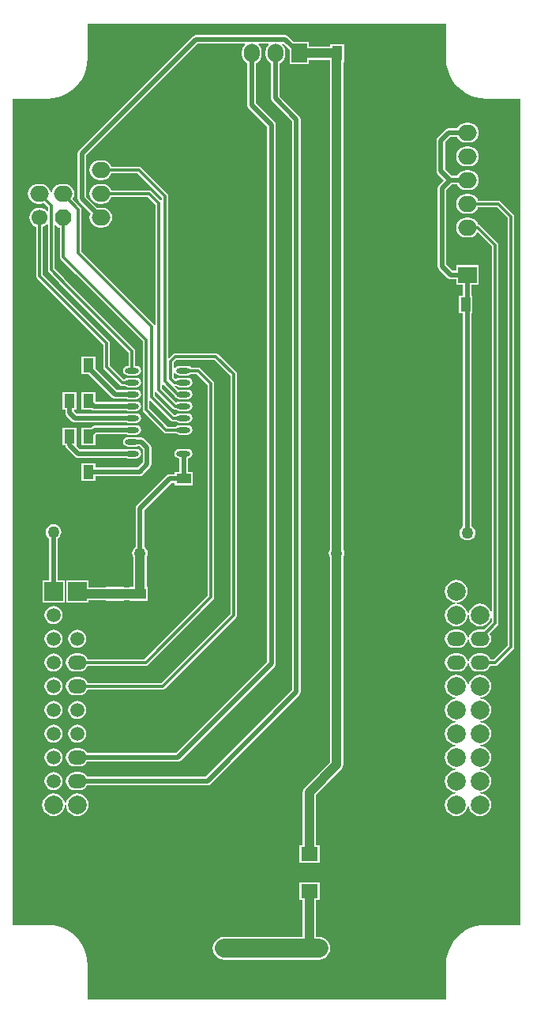
<source format=gbl>
%FSLAX25Y25*%
%MOIN*%
G70*
G01*
G75*
G04 Layer_Physical_Order=2*
G04 Layer_Color=16711680*
%ADD10C,0.01969*%
%ADD11C,0.03937*%
%ADD12C,0.05906*%
%ADD13R,0.05906X0.05906*%
%ADD14R,0.07874X0.06693*%
%ADD15O,0.07874X0.06693*%
%ADD16R,0.06693X0.07874*%
%ADD17O,0.06693X0.07874*%
%ADD18P,0.07244X8X112.5*%
%ADD19C,0.06693*%
%ADD20C,0.07874*%
%ADD21O,0.07874X0.05906*%
%ADD22R,0.07874X0.07874*%
%ADD23C,0.05000*%
%ADD24O,0.05906X0.02362*%
%ADD25R,0.07087X0.05906*%
%ADD26R,0.04331X0.05906*%
%ADD27R,0.05906X0.04331*%
%ADD28C,0.07874*%
%ADD29C,0.01181*%
G36*
X75714Y190945D02*
X75698D01*
X75842Y188749D01*
X76271Y186591D01*
X76979Y184508D01*
X77952Y182534D01*
X79174Y180705D01*
X80625Y179050D01*
X82279Y177600D01*
X84109Y176377D01*
X86082Y175404D01*
X88166Y174697D01*
X90324Y174267D01*
X92520Y174124D01*
Y174139D01*
X107210D01*
Y-174139D01*
X92520D01*
Y-174124D01*
X90324Y-174267D01*
X88166Y-174697D01*
X86082Y-175404D01*
X84109Y-176377D01*
X82279Y-177600D01*
X80625Y-179050D01*
X79174Y-180705D01*
X77952Y-182534D01*
X76979Y-184508D01*
X76271Y-186591D01*
X75842Y-188749D01*
X75698Y-190945D01*
X75714D01*
Y-205635D01*
X-75714D01*
Y-190945D01*
X-75698D01*
X-75842Y-188749D01*
X-76271Y-186591D01*
X-76979Y-184508D01*
X-77952Y-182534D01*
X-79174Y-180705D01*
X-80625Y-179050D01*
X-82279Y-177600D01*
X-84109Y-176377D01*
X-86082Y-175404D01*
X-88166Y-174697D01*
X-90324Y-174267D01*
X-92520Y-174124D01*
Y-174139D01*
X-107210D01*
Y174139D01*
X-92520D01*
Y174124D01*
X-90324Y174267D01*
X-88166Y174697D01*
X-86082Y175404D01*
X-84109Y176377D01*
X-82279Y177600D01*
X-80625Y179050D01*
X-79174Y180705D01*
X-77952Y182534D01*
X-76979Y184508D01*
X-76271Y186591D01*
X-75842Y188749D01*
X-75698Y190945D01*
X-75714D01*
Y205635D01*
X75714D01*
Y190945D01*
D02*
G37*
%LPC*%
G36*
X-90000Y-69728D02*
X-90976Y-69856D01*
X-91886Y-70233D01*
X-92668Y-70833D01*
X-93267Y-71614D01*
X-93644Y-72524D01*
X-93772Y-73500D01*
X-93644Y-74476D01*
X-93267Y-75386D01*
X-92668Y-76168D01*
X-91886Y-76767D01*
X-90976Y-77144D01*
X-90000Y-77272D01*
X-89024Y-77144D01*
X-88114Y-76767D01*
X-87332Y-76168D01*
X-86733Y-75386D01*
X-86356Y-74476D01*
X-86228Y-73500D01*
X-86356Y-72524D01*
X-86733Y-71614D01*
X-87332Y-70833D01*
X-88114Y-70233D01*
X-89024Y-69856D01*
X-90000Y-69728D01*
D02*
G37*
G36*
X-80000Y-79728D02*
X-80976Y-79856D01*
X-81886Y-80233D01*
X-82667Y-80832D01*
X-83267Y-81614D01*
X-83644Y-82524D01*
X-83772Y-83500D01*
X-83644Y-84476D01*
X-83267Y-85386D01*
X-82667Y-86168D01*
X-81886Y-86767D01*
X-80976Y-87144D01*
X-80000Y-87272D01*
X-79024Y-87144D01*
X-78114Y-86767D01*
X-77333Y-86168D01*
X-76733Y-85386D01*
X-76356Y-84476D01*
X-76228Y-83500D01*
X-76356Y-82524D01*
X-76733Y-81614D01*
X-77333Y-80832D01*
X-78114Y-80233D01*
X-79024Y-79856D01*
X-80000Y-79728D01*
D02*
G37*
G36*
X-90000D02*
X-90976Y-79856D01*
X-91886Y-80233D01*
X-92668Y-80832D01*
X-93267Y-81614D01*
X-93644Y-82524D01*
X-93772Y-83500D01*
X-93644Y-84476D01*
X-93267Y-85386D01*
X-92668Y-86168D01*
X-91886Y-86767D01*
X-90976Y-87144D01*
X-90000Y-87272D01*
X-89024Y-87144D01*
X-88114Y-86767D01*
X-87332Y-86168D01*
X-86733Y-85386D01*
X-86356Y-84476D01*
X-86228Y-83500D01*
X-86356Y-82524D01*
X-86733Y-81614D01*
X-87332Y-80832D01*
X-88114Y-80233D01*
X-89024Y-79856D01*
X-90000Y-79728D01*
D02*
G37*
G36*
X90000Y-68735D02*
X88767Y-68897D01*
X87617Y-69373D01*
X86630Y-70130D01*
X85873Y-71117D01*
X85397Y-72267D01*
X85250Y-73385D01*
X85250D01*
X84850D01*
X84737Y-73286D01*
X84603Y-72267D01*
X84127Y-71117D01*
X83369Y-70130D01*
X82383Y-69373D01*
X81233Y-68897D01*
X80000Y-68735D01*
X78767Y-68897D01*
X77617Y-69373D01*
X76631Y-70130D01*
X75873Y-71117D01*
X75397Y-72267D01*
X75235Y-73500D01*
X75397Y-74733D01*
X75873Y-75883D01*
X76631Y-76869D01*
X77617Y-77627D01*
X78767Y-78103D01*
X79750Y-78232D01*
X79750D01*
X79885Y-78250D01*
Y-78750D01*
X78767Y-78897D01*
X77617Y-79373D01*
X76631Y-80130D01*
X75873Y-81117D01*
X75397Y-82267D01*
X75235Y-83500D01*
X75397Y-84733D01*
X75873Y-85883D01*
X76631Y-86870D01*
X77617Y-87627D01*
X78767Y-88103D01*
X79750Y-88232D01*
X79750D01*
X79885Y-88250D01*
Y-88750D01*
X78767Y-88897D01*
X77617Y-89373D01*
X76631Y-90131D01*
X75873Y-91117D01*
X75397Y-92267D01*
X75235Y-93500D01*
X75397Y-94733D01*
X75873Y-95883D01*
X76631Y-96869D01*
X77617Y-97627D01*
X78767Y-98103D01*
X79750Y-98232D01*
X79750D01*
X79885Y-98250D01*
Y-98750D01*
X78767Y-98897D01*
X77617Y-99373D01*
X76631Y-100130D01*
X75873Y-101117D01*
X75397Y-102267D01*
X75235Y-103500D01*
X75397Y-104733D01*
X75873Y-105883D01*
X76631Y-106869D01*
X77617Y-107627D01*
X78767Y-108103D01*
X79750Y-108232D01*
X79750D01*
X79885Y-108250D01*
Y-108750D01*
X78767Y-108897D01*
X77617Y-109373D01*
X76631Y-110131D01*
X75873Y-111117D01*
X75397Y-112267D01*
X75235Y-113500D01*
X75397Y-114733D01*
X75873Y-115883D01*
X76631Y-116869D01*
X77617Y-117627D01*
X78767Y-118103D01*
X79750Y-118232D01*
X79750D01*
X79885Y-118250D01*
Y-118750D01*
X78767Y-118897D01*
X77617Y-119373D01*
X76631Y-120131D01*
X75873Y-121117D01*
X75397Y-122267D01*
X75235Y-123500D01*
X75397Y-124733D01*
X75873Y-125883D01*
X76631Y-126869D01*
X77617Y-127627D01*
X78767Y-128103D01*
X80000Y-128265D01*
X81233Y-128103D01*
X82383Y-127627D01*
X83369Y-126869D01*
X84127Y-125883D01*
X84603Y-124733D01*
X84750Y-123615D01*
X85250D01*
X85397Y-124733D01*
X85873Y-125883D01*
X86630Y-126869D01*
X87617Y-127627D01*
X88767Y-128103D01*
X90000Y-128265D01*
X91233Y-128103D01*
X92383Y-127627D01*
X93370Y-126869D01*
X94127Y-125883D01*
X94603Y-124733D01*
X94765Y-123500D01*
X94603Y-122267D01*
X94127Y-121117D01*
X93370Y-120131D01*
X92383Y-119373D01*
X91233Y-118897D01*
X90115Y-118750D01*
Y-118250D01*
X90250Y-118232D01*
X90250D01*
X91233Y-118103D01*
X92383Y-117627D01*
X93370Y-116869D01*
X94127Y-115883D01*
X94603Y-114733D01*
X94765Y-113500D01*
X94603Y-112267D01*
X94127Y-111117D01*
X93370Y-110131D01*
X92383Y-109373D01*
X91233Y-108897D01*
X90115Y-108750D01*
Y-108250D01*
X90250Y-108232D01*
X90250D01*
X91233Y-108103D01*
X92383Y-107627D01*
X93370Y-106869D01*
X94127Y-105883D01*
X94603Y-104733D01*
X94765Y-103500D01*
X94603Y-102267D01*
X94127Y-101117D01*
X93370Y-100130D01*
X92383Y-99373D01*
X91233Y-98897D01*
X90115Y-98750D01*
Y-98250D01*
X90250Y-98232D01*
X90250D01*
X91233Y-98103D01*
X92383Y-97627D01*
X93370Y-96869D01*
X94127Y-95883D01*
X94603Y-94733D01*
X94765Y-93500D01*
X94603Y-92267D01*
X94127Y-91117D01*
X93370Y-90131D01*
X92383Y-89373D01*
X91233Y-88897D01*
X90115Y-88750D01*
Y-88250D01*
X90250Y-88232D01*
X90250D01*
X91233Y-88103D01*
X92383Y-87627D01*
X93370Y-86870D01*
X94127Y-85883D01*
X94603Y-84733D01*
X94765Y-83500D01*
X94603Y-82267D01*
X94127Y-81117D01*
X93370Y-80130D01*
X92383Y-79373D01*
X91233Y-78897D01*
X90115Y-78750D01*
Y-78250D01*
X90250Y-78232D01*
X90250D01*
X91233Y-78103D01*
X92383Y-77627D01*
X93370Y-76869D01*
X94127Y-75883D01*
X94603Y-74733D01*
X94765Y-73500D01*
X94603Y-72267D01*
X94127Y-71117D01*
X93370Y-70130D01*
X92383Y-69373D01*
X91233Y-68897D01*
X90000Y-68735D01*
D02*
G37*
G36*
X-90000Y-49728D02*
X-90976Y-49856D01*
X-91886Y-50233D01*
X-92668Y-50832D01*
X-93267Y-51614D01*
X-93644Y-52524D01*
X-93772Y-53500D01*
X-93644Y-54476D01*
X-93267Y-55386D01*
X-92668Y-56168D01*
X-91886Y-56767D01*
X-90976Y-57144D01*
X-90000Y-57272D01*
X-89024Y-57144D01*
X-88114Y-56767D01*
X-87332Y-56168D01*
X-86733Y-55386D01*
X-86356Y-54476D01*
X-86228Y-53500D01*
X-86356Y-52524D01*
X-86733Y-51614D01*
X-87332Y-50832D01*
X-88114Y-50233D01*
X-89024Y-49856D01*
X-90000Y-49728D01*
D02*
G37*
G36*
X85323Y133977D02*
X84142D01*
X83063Y133835D01*
X82057Y133418D01*
X81193Y132755D01*
X80531Y131892D01*
X80114Y130886D01*
X79972Y129807D01*
X80114Y128728D01*
X80531Y127722D01*
X81193Y126859D01*
X82057Y126196D01*
X83063Y125780D01*
X84142Y125638D01*
X85323D01*
X86402Y125780D01*
X87408Y126196D01*
X88271Y126859D01*
X88934Y127722D01*
X89215Y128402D01*
X97111D01*
X101595Y123918D01*
Y123000D01*
Y107500D01*
Y-47000D01*
Y-50500D01*
Y-56418D01*
X95918Y-62095D01*
X94451D01*
X94251Y-61614D01*
X93652Y-60833D01*
X92870Y-60233D01*
X91961Y-59856D01*
X90984Y-59728D01*
X89016D01*
X88039Y-59856D01*
X87129Y-60233D01*
X86348Y-60833D01*
X85749Y-61614D01*
X85372Y-62524D01*
X85250Y-63449D01*
X85250D01*
X84980D01*
X84720Y-63221D01*
X84628Y-62524D01*
X84251Y-61614D01*
X83652Y-60833D01*
X82871Y-60233D01*
X81961Y-59856D01*
X80984Y-59728D01*
X79016D01*
X78039Y-59856D01*
X77130Y-60233D01*
X76348Y-60833D01*
X75749Y-61614D01*
X75372Y-62524D01*
X75243Y-63500D01*
X75372Y-64476D01*
X75749Y-65386D01*
X76348Y-66167D01*
X77130Y-66767D01*
X78039Y-67144D01*
X79016Y-67272D01*
X80984D01*
X81961Y-67144D01*
X82871Y-66767D01*
X83652Y-66167D01*
X84251Y-65386D01*
X84628Y-64476D01*
X84750Y-63551D01*
X85020D01*
X85280Y-63779D01*
X85372Y-64476D01*
X85749Y-65386D01*
X86348Y-66167D01*
X87129Y-66767D01*
X88039Y-67144D01*
X89016Y-67272D01*
X90984D01*
X91961Y-67144D01*
X92870Y-66767D01*
X93652Y-66167D01*
X94251Y-65386D01*
X94451Y-64905D01*
X96500D01*
X97038Y-64798D01*
X97493Y-64493D01*
X103993Y-57993D01*
X104298Y-57538D01*
X104405Y-57000D01*
X104405Y-57000D01*
X104405Y-57000D01*
Y-57000D01*
Y-47000D01*
Y107500D01*
Y124500D01*
X104298Y125038D01*
X103993Y125494D01*
X98686Y130800D01*
X98231Y131105D01*
X97693Y131212D01*
X89215D01*
X88934Y131892D01*
X88271Y132755D01*
X87408Y133418D01*
X86402Y133835D01*
X85323Y133977D01*
D02*
G37*
G36*
X-90000Y-59728D02*
X-90976Y-59856D01*
X-91886Y-60233D01*
X-92668Y-60833D01*
X-93267Y-61614D01*
X-93644Y-62524D01*
X-93772Y-63500D01*
X-93644Y-64476D01*
X-93267Y-65386D01*
X-92668Y-66167D01*
X-91886Y-66767D01*
X-90976Y-67144D01*
X-90000Y-67272D01*
X-89024Y-67144D01*
X-88114Y-66767D01*
X-87332Y-66167D01*
X-86733Y-65386D01*
X-86356Y-64476D01*
X-86228Y-63500D01*
X-86356Y-62524D01*
X-86733Y-61614D01*
X-87332Y-60833D01*
X-88114Y-60233D01*
X-89024Y-59856D01*
X-90000Y-59728D01*
D02*
G37*
G36*
X-80000Y-118735D02*
X-81233Y-118897D01*
X-82383Y-119373D01*
X-83369Y-120131D01*
X-84127Y-121117D01*
X-84603Y-122267D01*
X-84750Y-123385D01*
X-84750D01*
X-85150D01*
X-85263Y-123286D01*
X-85397Y-122267D01*
X-85873Y-121117D01*
X-86630Y-120131D01*
X-87617Y-119373D01*
X-88767Y-118897D01*
X-90000Y-118735D01*
X-91233Y-118897D01*
X-92383Y-119373D01*
X-93370Y-120131D01*
X-94127Y-121117D01*
X-94603Y-122267D01*
X-94765Y-123500D01*
X-94603Y-124733D01*
X-94127Y-125883D01*
X-93370Y-126869D01*
X-92383Y-127627D01*
X-91233Y-128103D01*
X-90000Y-128265D01*
X-88767Y-128103D01*
X-87617Y-127627D01*
X-86630Y-126869D01*
X-85873Y-125883D01*
X-85397Y-124733D01*
X-85250Y-123615D01*
X-84850D01*
X-84737Y-123714D01*
X-84603Y-124733D01*
X-84127Y-125883D01*
X-83369Y-126869D01*
X-82383Y-127627D01*
X-81233Y-128103D01*
X-80000Y-128265D01*
X-78767Y-128103D01*
X-77617Y-127627D01*
X-76631Y-126869D01*
X-75873Y-125883D01*
X-75397Y-124733D01*
X-75235Y-123500D01*
X-75397Y-122267D01*
X-75873Y-121117D01*
X-76631Y-120131D01*
X-77617Y-119373D01*
X-78767Y-118897D01*
X-80000Y-118735D01*
D02*
G37*
G36*
X7827Y201019D02*
X-29787D01*
X-30479Y200882D01*
X-31065Y200490D01*
X-79277Y152277D01*
X-79669Y151691D01*
X-79806Y151000D01*
Y132000D01*
X-79806Y132000D01*
X-79806D01*
X-79669Y131309D01*
X-79277Y130723D01*
X-74330Y125775D01*
X-74618Y125079D01*
X-74760Y124000D01*
X-74618Y122921D01*
X-74202Y121915D01*
X-73539Y121052D01*
X-72675Y120389D01*
X-71670Y119973D01*
X-70591Y119831D01*
X-69409D01*
X-68330Y119973D01*
X-67325Y120389D01*
X-66461Y121052D01*
X-65798Y121915D01*
X-65382Y122921D01*
X-65240Y124000D01*
X-65382Y125079D01*
X-65798Y126085D01*
X-66461Y126948D01*
X-67325Y127611D01*
X-68330Y128027D01*
X-69409Y128170D01*
X-70591D01*
X-71496Y128050D01*
X-76194Y132748D01*
Y150252D01*
X-29039Y197406D01*
X-9264D01*
X-9103Y196933D01*
X-9216Y196846D01*
X-9879Y195982D01*
X-10295Y194977D01*
X-10437Y193898D01*
Y192717D01*
X-10295Y191637D01*
X-9879Y190632D01*
X-9216Y189768D01*
X-8353Y189106D01*
X-8074Y188990D01*
Y171268D01*
X-8074Y171268D01*
X-8074D01*
X-7937Y170576D01*
X-7545Y169990D01*
X194Y162252D01*
Y-54000D01*
Y-57500D01*
Y-63252D01*
X-38248Y-101694D01*
X-75716D01*
X-75749Y-101614D01*
X-76348Y-100832D01*
X-77130Y-100233D01*
X-78039Y-99856D01*
X-79016Y-99728D01*
X-80984D01*
X-81961Y-99856D01*
X-82871Y-100233D01*
X-83652Y-100832D01*
X-84251Y-101614D01*
X-84628Y-102524D01*
X-84757Y-103500D01*
X-84628Y-104476D01*
X-84251Y-105386D01*
X-83652Y-106167D01*
X-82871Y-106767D01*
X-81961Y-107144D01*
X-80984Y-107272D01*
X-79016D01*
X-78039Y-107144D01*
X-77130Y-106767D01*
X-76348Y-106167D01*
X-75749Y-105386D01*
X-75716Y-105306D01*
X-37500D01*
X-36809Y-105169D01*
X-36223Y-104777D01*
X3277Y-65277D01*
X3669Y-64691D01*
X3806Y-64000D01*
X3806Y-64000D01*
X3806Y-64000D01*
Y-64000D01*
Y-54000D01*
Y163000D01*
X3669Y163691D01*
X3277Y164277D01*
X-4461Y172016D01*
Y188990D01*
X-4183Y189106D01*
X-3319Y189768D01*
X-2657Y190632D01*
X-2240Y191637D01*
X-2098Y192717D01*
Y193898D01*
X-2240Y194977D01*
X-2657Y195982D01*
X-3319Y196846D01*
X-3433Y196933D01*
X-3272Y197406D01*
X736D01*
X897Y196933D01*
X784Y196846D01*
X121Y195982D01*
X-295Y194977D01*
X-437Y193898D01*
Y192717D01*
X-295Y191637D01*
X121Y190632D01*
X784Y189768D01*
X1647Y189106D01*
X1926Y188990D01*
Y174268D01*
X1926Y174268D01*
X1926D01*
X2063Y173576D01*
X2455Y172990D01*
X10694Y164752D01*
Y-75252D01*
X-25748Y-111694D01*
X-75716D01*
X-75749Y-111614D01*
X-76348Y-110833D01*
X-77130Y-110233D01*
X-78039Y-109856D01*
X-79016Y-109728D01*
X-80984D01*
X-81961Y-109856D01*
X-82871Y-110233D01*
X-83652Y-110833D01*
X-84251Y-111614D01*
X-84628Y-112524D01*
X-84757Y-113500D01*
X-84628Y-114476D01*
X-84251Y-115386D01*
X-83652Y-116167D01*
X-82871Y-116767D01*
X-81961Y-117144D01*
X-80984Y-117272D01*
X-79016D01*
X-78039Y-117144D01*
X-77130Y-116767D01*
X-76348Y-116167D01*
X-75749Y-115386D01*
X-75716Y-115306D01*
X-25000D01*
X-24309Y-115169D01*
X-23723Y-114777D01*
X13777Y-77277D01*
X14169Y-76691D01*
X14306Y-76000D01*
X14306Y-76000D01*
X14306Y-76000D01*
Y-76000D01*
Y165500D01*
X14169Y166191D01*
X13777Y166777D01*
X5539Y175016D01*
Y188990D01*
X5817Y189106D01*
X6681Y189768D01*
X7343Y190632D01*
X7760Y191637D01*
X7902Y192717D01*
Y193898D01*
X7760Y194977D01*
X7343Y195982D01*
X6681Y196846D01*
X6567Y196933D01*
X6665Y197220D01*
X7152Y197333D01*
X9598Y194886D01*
Y188583D01*
X17866D01*
Y190527D01*
X26720D01*
Y-4500D01*
Y-11000D01*
Y-15722D01*
X26629Y-15842D01*
X26297Y-16642D01*
X26184Y-17500D01*
X26297Y-18358D01*
X26629Y-19158D01*
X26720Y-19278D01*
Y-105601D01*
X16035Y-116286D01*
X15593Y-116862D01*
X15315Y-117533D01*
X15220Y-118252D01*
Y-140512D01*
X13669D01*
Y-147992D01*
X22331D01*
Y-140512D01*
X20780D01*
Y-119403D01*
X31466Y-108718D01*
X31907Y-108142D01*
X32185Y-107471D01*
X32280Y-106752D01*
X32280Y-106752D01*
X32280Y-106752D01*
Y-106752D01*
Y-19278D01*
X32372Y-19158D01*
X32703Y-18358D01*
X32816Y-17500D01*
X32703Y-16642D01*
X32372Y-15842D01*
X32280Y-15722D01*
Y-4500D01*
Y189567D01*
X32748D01*
Y197047D01*
X26842D01*
Y196087D01*
X17866D01*
Y198031D01*
X11562D01*
X9104Y200490D01*
X8518Y200882D01*
X7827Y201019D01*
D02*
G37*
G36*
X22331Y-156260D02*
X13669D01*
Y-163740D01*
X15220D01*
Y-179235D01*
X-18000D01*
X-19233Y-179397D01*
X-20383Y-179873D01*
X-21370Y-180631D01*
X-22127Y-181617D01*
X-22603Y-182767D01*
X-22765Y-184000D01*
X-22603Y-185233D01*
X-22127Y-186383D01*
X-21370Y-187370D01*
X-20383Y-188127D01*
X-19233Y-188603D01*
X-18000Y-188765D01*
X22000D01*
X23233Y-188603D01*
X24383Y-188127D01*
X25370Y-187370D01*
X26127Y-186383D01*
X26603Y-185233D01*
X26765Y-184000D01*
X26603Y-182767D01*
X26127Y-181617D01*
X25370Y-180631D01*
X24383Y-179873D01*
X23233Y-179397D01*
X22000Y-179235D01*
X20780D01*
Y-163740D01*
X22331D01*
Y-156260D01*
D02*
G37*
G36*
X-90000Y-109728D02*
X-90976Y-109856D01*
X-91886Y-110233D01*
X-92668Y-110833D01*
X-93267Y-111614D01*
X-93644Y-112524D01*
X-93772Y-113500D01*
X-93644Y-114476D01*
X-93267Y-115386D01*
X-92668Y-116167D01*
X-91886Y-116767D01*
X-90976Y-117144D01*
X-90000Y-117272D01*
X-89024Y-117144D01*
X-88114Y-116767D01*
X-87332Y-116167D01*
X-86733Y-115386D01*
X-86356Y-114476D01*
X-86228Y-113500D01*
X-86356Y-112524D01*
X-86733Y-111614D01*
X-87332Y-110833D01*
X-88114Y-110233D01*
X-89024Y-109856D01*
X-90000Y-109728D01*
D02*
G37*
G36*
X-80000Y-89728D02*
X-80976Y-89856D01*
X-81886Y-90233D01*
X-82667Y-90833D01*
X-83267Y-91614D01*
X-83644Y-92524D01*
X-83772Y-93500D01*
X-83644Y-94476D01*
X-83267Y-95386D01*
X-82667Y-96167D01*
X-81886Y-96767D01*
X-80976Y-97144D01*
X-80000Y-97272D01*
X-79024Y-97144D01*
X-78114Y-96767D01*
X-77333Y-96167D01*
X-76733Y-95386D01*
X-76356Y-94476D01*
X-76228Y-93500D01*
X-76356Y-92524D01*
X-76733Y-91614D01*
X-77333Y-90833D01*
X-78114Y-90233D01*
X-79024Y-89856D01*
X-80000Y-89728D01*
D02*
G37*
G36*
X-90000D02*
X-90976Y-89856D01*
X-91886Y-90233D01*
X-92668Y-90833D01*
X-93267Y-91614D01*
X-93644Y-92524D01*
X-93772Y-93500D01*
X-93644Y-94476D01*
X-93267Y-95386D01*
X-92668Y-96167D01*
X-91886Y-96767D01*
X-90976Y-97144D01*
X-90000Y-97272D01*
X-89024Y-97144D01*
X-88114Y-96767D01*
X-87332Y-96167D01*
X-86733Y-95386D01*
X-86356Y-94476D01*
X-86228Y-93500D01*
X-86356Y-92524D01*
X-86733Y-91614D01*
X-87332Y-90833D01*
X-88114Y-90233D01*
X-89024Y-89856D01*
X-90000Y-89728D01*
D02*
G37*
G36*
Y-99728D02*
X-90976Y-99856D01*
X-91886Y-100233D01*
X-92668Y-100832D01*
X-93267Y-101614D01*
X-93644Y-102524D01*
X-93772Y-103500D01*
X-93644Y-104476D01*
X-93267Y-105386D01*
X-92668Y-106167D01*
X-91886Y-106767D01*
X-90976Y-107144D01*
X-90000Y-107272D01*
X-89024Y-107144D01*
X-88114Y-106767D01*
X-87332Y-106167D01*
X-86733Y-105386D01*
X-86356Y-104476D01*
X-86228Y-103500D01*
X-86356Y-102524D01*
X-86733Y-101614D01*
X-87332Y-100832D01*
X-88114Y-100233D01*
X-89024Y-99856D01*
X-90000Y-99728D01*
D02*
G37*
G36*
X-72378Y50547D02*
X-78284D01*
Y43067D01*
X-74068D01*
X-73715Y42831D01*
X-73024Y42694D01*
X-59438D01*
X-59367Y42646D01*
X-58598Y42493D01*
X-55055D01*
X-54287Y42646D01*
X-53636Y43081D01*
X-53201Y43732D01*
X-53048Y44500D01*
X-53201Y45268D01*
X-53636Y45919D01*
X-54287Y46354D01*
X-55055Y46507D01*
X-58598D01*
X-59367Y46354D01*
X-59438Y46306D01*
X-72275D01*
X-72378Y46409D01*
Y50547D01*
D02*
G37*
G36*
X-80252D02*
X-86158D01*
Y43067D01*
X-85011D01*
Y41705D01*
X-84874Y41014D01*
X-84482Y40427D01*
X-82277Y38223D01*
X-81691Y37831D01*
X-81000Y37694D01*
X-59438D01*
X-59367Y37646D01*
X-58598Y37493D01*
X-55055D01*
X-54287Y37646D01*
X-53636Y38081D01*
X-53201Y38732D01*
X-53048Y39500D01*
X-53201Y40268D01*
X-53636Y40919D01*
X-54287Y41354D01*
X-55055Y41507D01*
X-58598D01*
X-59367Y41354D01*
X-59438Y41306D01*
X-80252D01*
X-81398Y42453D01*
Y43067D01*
X-80252D01*
Y50547D01*
D02*
G37*
G36*
X-55055Y36507D02*
X-58598D01*
X-59367Y36354D01*
X-59438Y36306D01*
X-72638D01*
X-73329Y36169D01*
X-73915Y35777D01*
X-74145Y35547D01*
X-78284D01*
Y28067D01*
X-72378D01*
Y32205D01*
X-71890Y32694D01*
X-59438D01*
X-59367Y32646D01*
X-58598Y32493D01*
X-55055D01*
X-54287Y32646D01*
X-53636Y33081D01*
X-53201Y33732D01*
X-53048Y34500D01*
X-53201Y35268D01*
X-53636Y35919D01*
X-54287Y36354D01*
X-55055Y36507D01*
D02*
G37*
G36*
X-72378Y65547D02*
X-78284D01*
Y58067D01*
X-75121D01*
X-65277Y48223D01*
X-65277D01*
X-65277Y48223D01*
X-65277D01*
X-65277Y48223D01*
Y48223D01*
X-65277Y48223D01*
Y48223D01*
X-64691Y47831D01*
X-64000Y47694D01*
X-59438D01*
X-59367Y47646D01*
X-58598Y47493D01*
X-55055D01*
X-54287Y47646D01*
X-53636Y48081D01*
X-53201Y48732D01*
X-53048Y49500D01*
X-53201Y50268D01*
X-53636Y50919D01*
X-54287Y51354D01*
X-55055Y51507D01*
X-58598D01*
X-59367Y51354D01*
X-59438Y51306D01*
X-63252D01*
X-72378Y60432D01*
Y65547D01*
D02*
G37*
G36*
X85323Y163977D02*
X84142D01*
X83063Y163835D01*
X82057Y163418D01*
X81193Y162755D01*
X80531Y161892D01*
X80415Y161613D01*
X76807D01*
X76116Y161476D01*
X75530Y161084D01*
X72223Y157777D01*
X71831Y157191D01*
X71694Y156500D01*
Y143614D01*
X71694Y143614D01*
X71694D01*
X71831Y142923D01*
X72223Y142337D01*
X74752Y139807D01*
X72723Y137777D01*
X72331Y137191D01*
X72194Y136500D01*
Y103500D01*
X72194Y103500D01*
X72194D01*
X72331Y102809D01*
X72723Y102223D01*
X76416Y98530D01*
X77002Y98138D01*
X77693Y98001D01*
X80008D01*
Y95673D01*
X82926D01*
Y91240D01*
X80984D01*
Y83760D01*
X82926D01*
Y-6010D01*
X82388Y-6423D01*
X81861Y-7110D01*
X81529Y-7909D01*
X81416Y-8768D01*
X81529Y-9626D01*
X81861Y-10426D01*
X82388Y-11112D01*
X83074Y-11639D01*
X83874Y-11970D01*
X84732Y-12083D01*
X85590Y-11970D01*
X86390Y-11639D01*
X87077Y-11112D01*
X87604Y-10426D01*
X87935Y-9626D01*
X88048Y-8768D01*
X87935Y-7909D01*
X87604Y-7110D01*
X87077Y-6423D01*
X86539Y-6010D01*
Y83760D01*
X86890D01*
Y91240D01*
X86539D01*
Y95673D01*
X89457D01*
Y103941D01*
X80008D01*
Y101613D01*
X78441D01*
X75806Y104248D01*
Y135752D01*
X78055Y138001D01*
X80415D01*
X80531Y137722D01*
X81193Y136859D01*
X82057Y136196D01*
X83063Y135780D01*
X84142Y135638D01*
X85323D01*
X86402Y135780D01*
X87408Y136196D01*
X88271Y136859D01*
X88934Y137722D01*
X89350Y138728D01*
X89492Y139807D01*
X89350Y140886D01*
X88934Y141892D01*
X88271Y142755D01*
X87408Y143418D01*
X86402Y143834D01*
X85323Y143977D01*
X84142D01*
X83063Y143834D01*
X82057Y143418D01*
X81193Y142755D01*
X80531Y141892D01*
X80415Y141613D01*
X78055D01*
X75306Y144362D01*
Y155752D01*
X77555Y158001D01*
X80415D01*
X80531Y157722D01*
X81193Y156859D01*
X82057Y156196D01*
X83063Y155780D01*
X84142Y155638D01*
X85323D01*
X86402Y155780D01*
X87408Y156196D01*
X88271Y156859D01*
X88934Y157722D01*
X89350Y158728D01*
X89492Y159807D01*
X89350Y160886D01*
X88934Y161892D01*
X88271Y162755D01*
X87408Y163418D01*
X86402Y163835D01*
X85323Y163977D01*
D02*
G37*
G36*
Y153977D02*
X84142D01*
X83063Y153834D01*
X82057Y153418D01*
X81193Y152755D01*
X80531Y151892D01*
X80114Y150886D01*
X79972Y149807D01*
X80114Y148728D01*
X80531Y147722D01*
X81193Y146859D01*
X82057Y146196D01*
X83063Y145780D01*
X84142Y145638D01*
X85323D01*
X86402Y145780D01*
X87408Y146196D01*
X88271Y146859D01*
X88934Y147722D01*
X89350Y148728D01*
X89492Y149807D01*
X89350Y150886D01*
X88934Y151892D01*
X88271Y152755D01*
X87408Y153418D01*
X86402Y153834D01*
X85323Y153977D01*
D02*
G37*
G36*
X-69409Y148170D02*
X-70591D01*
X-71670Y148027D01*
X-72675Y147611D01*
X-73539Y146948D01*
X-74202Y146085D01*
X-74618Y145079D01*
X-74760Y144000D01*
X-74618Y142921D01*
X-74202Y141915D01*
X-73539Y141052D01*
X-72675Y140389D01*
X-71670Y139973D01*
X-70591Y139831D01*
X-69409D01*
X-68330Y139973D01*
X-67325Y140389D01*
X-66461Y141052D01*
X-65798Y141915D01*
X-65517Y142595D01*
X-54582D01*
X-44405Y132418D01*
Y131545D01*
X-44867Y131354D01*
X-48507Y134994D01*
X-48962Y135298D01*
X-49500Y135405D01*
X-65517D01*
X-65798Y136085D01*
X-66461Y136948D01*
X-67325Y137611D01*
X-68330Y138027D01*
X-69409Y138170D01*
X-70591D01*
X-71670Y138027D01*
X-72675Y137611D01*
X-73539Y136948D01*
X-74202Y136085D01*
X-74618Y135079D01*
X-74760Y134000D01*
X-74618Y132921D01*
X-74202Y131915D01*
X-73539Y131052D01*
X-72675Y130389D01*
X-71670Y129973D01*
X-70591Y129831D01*
X-69409D01*
X-68330Y129973D01*
X-67325Y130389D01*
X-66461Y131052D01*
X-65798Y131915D01*
X-65517Y132595D01*
X-50082D01*
X-46905Y129418D01*
Y78954D01*
X-47383Y78809D01*
X-47506Y78993D01*
X-78095Y109582D01*
Y127500D01*
X-78202Y128038D01*
X-78507Y128493D01*
X-81855Y131842D01*
X-81798Y131915D01*
X-81382Y132921D01*
X-81240Y134000D01*
X-81382Y135079D01*
X-81798Y136085D01*
X-82461Y136948D01*
X-83325Y137611D01*
X-84330Y138027D01*
X-85409Y138170D01*
X-86591D01*
X-87670Y138027D01*
X-88675Y137611D01*
X-89539Y136948D01*
X-90201Y136085D01*
X-90618Y135079D01*
X-90750Y134077D01*
X-90750D01*
X-91072D01*
X-91273Y134253D01*
X-91382Y135079D01*
X-91799Y136085D01*
X-92461Y136948D01*
X-93325Y137611D01*
X-94330Y138027D01*
X-95409Y138170D01*
X-96591D01*
X-97670Y138027D01*
X-98675Y137611D01*
X-99539Y136948D01*
X-100201Y136085D01*
X-100618Y135079D01*
X-100760Y134000D01*
X-100618Y132921D01*
X-100201Y131915D01*
X-99539Y131052D01*
X-98675Y130389D01*
X-97670Y129973D01*
X-96591Y129831D01*
X-95409D01*
X-94330Y129973D01*
X-94068Y130081D01*
X-92405Y128418D01*
Y126883D01*
X-92878Y126723D01*
X-93052Y126948D01*
X-93915Y127611D01*
X-94921Y128027D01*
X-96000Y128170D01*
X-97079Y128027D01*
X-98085Y127611D01*
X-98948Y126948D01*
X-99611Y126085D01*
X-100027Y125079D01*
X-100170Y124000D01*
X-100027Y122921D01*
X-99611Y121915D01*
X-98948Y121052D01*
X-98085Y120389D01*
X-97405Y120107D01*
Y99500D01*
X-97405Y99500D01*
X-97405D01*
X-97298Y98962D01*
X-96993Y98507D01*
X-68905Y70418D01*
Y61000D01*
X-68798Y60462D01*
X-68493Y60007D01*
X-61993Y53507D01*
X-61993D01*
X-61993Y53506D01*
X-61993D01*
X-61993Y53506D01*
Y53506D01*
X-61993Y53506D01*
Y53506D01*
X-61538Y53202D01*
X-61000Y53095D01*
X-60027D01*
X-60018Y53081D01*
X-59367Y52646D01*
X-58598Y52493D01*
X-55055D01*
X-54287Y52646D01*
X-53636Y53081D01*
X-53201Y53732D01*
X-53048Y54500D01*
X-53201Y55268D01*
X-53636Y55919D01*
X-54287Y56354D01*
X-55055Y56507D01*
X-58598D01*
X-59367Y56354D01*
X-60018Y55919D01*
X-60027Y55905D01*
X-60418D01*
X-66095Y61582D01*
Y71000D01*
X-66202Y71538D01*
X-66507Y71993D01*
X-94595Y100082D01*
Y120107D01*
X-93915Y120389D01*
X-93052Y121052D01*
X-92878Y121277D01*
X-92405Y121117D01*
Y102000D01*
X-92405Y102000D01*
X-92405D01*
X-92298Y101462D01*
X-91993Y101007D01*
X-87537Y96550D01*
X-87537Y96550D01*
X-87537D01*
Y96550D01*
X-87537Y96550D01*
X-85493Y94507D01*
X-58232Y67245D01*
Y61507D01*
X-58598D01*
X-59367Y61354D01*
X-60018Y60919D01*
X-60453Y60268D01*
X-60606Y59500D01*
X-60453Y58732D01*
X-60018Y58081D01*
X-59367Y57646D01*
X-58598Y57493D01*
X-55055D01*
X-54287Y57646D01*
X-53636Y58081D01*
X-53201Y58732D01*
X-53048Y59500D01*
X-53201Y60268D01*
X-53636Y60919D01*
X-54287Y61354D01*
X-55055Y61507D01*
X-55422D01*
Y67827D01*
X-55529Y68364D01*
X-55833Y68820D01*
X-83507Y96493D01*
X-85550Y98537D01*
X-89595Y102582D01*
Y120741D01*
X-89133Y120932D01*
X-88067Y119866D01*
X-87405D01*
Y107500D01*
X-87405Y107500D01*
X-87405D01*
X-87298Y106962D01*
X-86993Y106507D01*
X-82261Y101774D01*
X-80993Y100507D01*
X-52405Y71918D01*
Y43000D01*
X-52405Y43000D01*
X-52405D01*
X-52298Y42462D01*
X-51993Y42006D01*
X-43494Y33507D01*
X-43038Y33202D01*
X-42500Y33095D01*
X-38374D01*
X-38364Y33081D01*
X-37713Y32646D01*
X-36945Y32493D01*
X-33402D01*
X-32634Y32646D01*
X-31982Y33081D01*
X-31547Y33732D01*
X-31394Y34500D01*
X-31547Y35268D01*
X-31982Y35919D01*
X-32634Y36354D01*
X-33402Y36507D01*
X-36945D01*
X-37713Y36354D01*
X-38364Y35919D01*
X-38374Y35905D01*
X-41918D01*
X-49595Y43582D01*
Y46955D01*
X-49133Y47146D01*
X-40494Y38506D01*
X-40038Y38202D01*
X-39500Y38095D01*
X-38374D01*
X-38364Y38081D01*
X-37713Y37646D01*
X-36945Y37493D01*
X-33402D01*
X-32634Y37646D01*
X-31982Y38081D01*
X-31547Y38732D01*
X-31394Y39500D01*
X-31547Y40268D01*
X-31982Y40919D01*
X-32634Y41354D01*
X-33402Y41507D01*
X-36945D01*
X-37713Y41354D01*
X-38364Y40919D01*
X-38374Y40905D01*
X-38918D01*
X-47095Y49082D01*
Y50546D01*
X-46617Y50691D01*
X-46494Y50507D01*
X-39494Y43507D01*
X-39038Y43202D01*
X-38500Y43095D01*
X-38374D01*
X-38364Y43081D01*
X-37713Y42646D01*
X-36945Y42493D01*
X-33402D01*
X-32634Y42646D01*
X-31982Y43081D01*
X-31547Y43732D01*
X-31394Y44500D01*
X-31547Y45268D01*
X-31982Y45919D01*
X-32634Y46354D01*
X-33402Y46507D01*
X-36945D01*
X-37713Y46354D01*
X-38105Y46092D01*
X-44095Y52082D01*
Y53455D01*
X-43633Y53646D01*
X-38819Y48832D01*
X-38799Y48732D01*
X-38364Y48081D01*
X-37713Y47646D01*
X-36945Y47493D01*
X-33402D01*
X-32634Y47646D01*
X-31982Y48081D01*
X-31547Y48732D01*
X-31394Y49500D01*
X-31547Y50268D01*
X-31982Y50919D01*
X-32634Y51354D01*
X-33402Y51507D01*
X-36945D01*
X-37425Y51412D01*
X-39038Y53025D01*
X-39000Y53095D01*
X-38374D01*
X-38364Y53081D01*
X-37713Y52646D01*
X-36945Y52493D01*
X-33402D01*
X-32634Y52646D01*
X-31982Y53081D01*
X-31547Y53732D01*
X-31394Y54500D01*
X-31547Y55268D01*
X-31982Y55919D01*
X-32634Y56354D01*
X-33402Y56507D01*
X-36945D01*
X-37713Y56354D01*
X-38364Y55919D01*
X-38570Y56057D01*
X-39095Y56582D01*
Y58314D01*
X-38617Y58459D01*
X-38364Y58081D01*
X-37713Y57646D01*
X-36945Y57493D01*
X-33402D01*
X-32634Y57646D01*
X-31982Y58081D01*
X-31973Y58095D01*
X-29582D01*
X-24905Y53418D01*
Y-27000D01*
Y-29500D01*
Y-35418D01*
X-51582Y-62095D01*
X-75549D01*
X-75749Y-61614D01*
X-76348Y-60833D01*
X-77130Y-60233D01*
X-78039Y-59856D01*
X-79016Y-59728D01*
X-80984D01*
X-81961Y-59856D01*
X-82871Y-60233D01*
X-83652Y-60833D01*
X-84251Y-61614D01*
X-84628Y-62524D01*
X-84757Y-63500D01*
X-84628Y-64476D01*
X-84251Y-65386D01*
X-83652Y-66167D01*
X-82871Y-66767D01*
X-81961Y-67144D01*
X-80984Y-67272D01*
X-79016D01*
X-78039Y-67144D01*
X-77130Y-66767D01*
X-76348Y-66167D01*
X-75749Y-65386D01*
X-75549Y-64905D01*
X-51000D01*
X-50462Y-64798D01*
X-50007Y-64493D01*
X-50007Y-64494D01*
X-50007Y-64493D01*
X-22506Y-36994D01*
X-22202Y-36538D01*
X-22095Y-36000D01*
X-22095Y-36000D01*
X-22095Y-36000D01*
Y-36000D01*
Y-27000D01*
Y54000D01*
X-22202Y54538D01*
X-22506Y54993D01*
X-28007Y60493D01*
X-28462Y60798D01*
X-29000Y60905D01*
X-31973D01*
X-31982Y60919D01*
X-32634Y61354D01*
X-33402Y61507D01*
X-36945D01*
X-37713Y61354D01*
X-38364Y60919D01*
X-38617Y60541D01*
X-39095Y60686D01*
Y62918D01*
X-37918Y64095D01*
X-22082D01*
X-15405Y57418D01*
Y-34500D01*
Y-37000D01*
Y-42918D01*
X-44582Y-72095D01*
X-75549D01*
X-75749Y-71614D01*
X-76348Y-70833D01*
X-77130Y-70233D01*
X-78039Y-69856D01*
X-79016Y-69728D01*
X-80984D01*
X-81961Y-69856D01*
X-82871Y-70233D01*
X-83652Y-70833D01*
X-84251Y-71614D01*
X-84628Y-72524D01*
X-84757Y-73500D01*
X-84628Y-74476D01*
X-84251Y-75386D01*
X-83652Y-76168D01*
X-82871Y-76767D01*
X-81961Y-77144D01*
X-80984Y-77272D01*
X-79016D01*
X-78039Y-77144D01*
X-77130Y-76767D01*
X-76348Y-76168D01*
X-75749Y-75386D01*
X-75549Y-74905D01*
X-44000D01*
X-43462Y-74798D01*
X-43007Y-74493D01*
X-43007Y-74493D01*
X-43007Y-74493D01*
X-13006Y-44493D01*
X-12702Y-44038D01*
X-12595Y-43500D01*
X-12595Y-43500D01*
X-12595Y-43500D01*
Y-43500D01*
Y-34500D01*
Y58000D01*
X-12702Y58538D01*
X-13006Y58993D01*
X-20506Y66493D01*
X-20962Y66798D01*
X-21500Y66905D01*
X-38500D01*
X-39038Y66798D01*
X-39494Y66493D01*
X-41133Y64854D01*
X-41595Y65045D01*
Y133000D01*
X-41702Y133538D01*
X-42006Y133993D01*
X-53007Y144993D01*
X-53462Y145298D01*
X-54000Y145405D01*
X-65517D01*
X-65798Y146085D01*
X-66461Y146948D01*
X-67325Y147611D01*
X-68330Y148027D01*
X-69409Y148170D01*
D02*
G37*
G36*
X85323Y123977D02*
X84142D01*
X83063Y123835D01*
X82057Y123418D01*
X81193Y122755D01*
X80531Y121892D01*
X80114Y120886D01*
X79972Y119807D01*
X80114Y118728D01*
X80531Y117722D01*
X81193Y116859D01*
X82057Y116196D01*
X83063Y115780D01*
X84142Y115638D01*
X85323D01*
X86402Y115780D01*
X87408Y116196D01*
X88271Y116859D01*
X88858Y117623D01*
X89357Y117656D01*
X95095Y111918D01*
Y-39500D01*
Y-40500D01*
Y-42202D01*
X94603Y-42267D01*
X94127Y-41117D01*
X93370Y-40130D01*
X92383Y-39373D01*
X91233Y-38897D01*
X90000Y-38735D01*
X88767Y-38897D01*
X87617Y-39373D01*
X86630Y-40130D01*
X85873Y-41117D01*
X85397Y-42267D01*
X85250Y-43385D01*
X85250D01*
X84850D01*
X84737Y-43286D01*
X84603Y-42267D01*
X84127Y-41117D01*
X83369Y-40130D01*
X82383Y-39373D01*
X81233Y-38897D01*
X80115Y-38750D01*
Y-38250D01*
X81233Y-38103D01*
X82383Y-37627D01*
X83369Y-36869D01*
X84127Y-35883D01*
X84603Y-34733D01*
X84765Y-33500D01*
X84603Y-32267D01*
X84127Y-31117D01*
X83369Y-30130D01*
X82383Y-29373D01*
X81233Y-28897D01*
X80000Y-28735D01*
X78767Y-28897D01*
X77617Y-29373D01*
X76631Y-30130D01*
X75873Y-31117D01*
X75397Y-32267D01*
X75235Y-33500D01*
X75397Y-34733D01*
X75873Y-35883D01*
X76631Y-36869D01*
X77617Y-37627D01*
X78767Y-38103D01*
X79885Y-38250D01*
Y-38750D01*
X78767Y-38897D01*
X77617Y-39373D01*
X76631Y-40130D01*
X75873Y-41117D01*
X75397Y-42267D01*
X75235Y-43500D01*
X75397Y-44733D01*
X75873Y-45883D01*
X76631Y-46870D01*
X77617Y-47627D01*
X78767Y-48103D01*
X80000Y-48265D01*
X81233Y-48103D01*
X82383Y-47627D01*
X83369Y-46870D01*
X84127Y-45883D01*
X84603Y-44733D01*
X84750Y-43615D01*
X85150D01*
X85263Y-43714D01*
X85397Y-44733D01*
X85873Y-45883D01*
X86630Y-46870D01*
X87617Y-47627D01*
X88767Y-48103D01*
X90000Y-48265D01*
X91233Y-48103D01*
X92383Y-47627D01*
X93370Y-46870D01*
X94127Y-45883D01*
X94603Y-44733D01*
X95095Y-44798D01*
Y-46418D01*
X91692Y-49821D01*
X90984Y-49728D01*
X89016D01*
X88039Y-49856D01*
X87129Y-50233D01*
X86348Y-50832D01*
X85749Y-51614D01*
X85372Y-52524D01*
X85250Y-53449D01*
X85250D01*
X84980D01*
X84720Y-53221D01*
X84628Y-52524D01*
X84251Y-51614D01*
X83652Y-50832D01*
X82871Y-50233D01*
X81961Y-49856D01*
X80984Y-49728D01*
X79016D01*
X78039Y-49856D01*
X77130Y-50233D01*
X76348Y-50832D01*
X75749Y-51614D01*
X75372Y-52524D01*
X75243Y-53500D01*
X75372Y-54476D01*
X75749Y-55386D01*
X76348Y-56168D01*
X77130Y-56767D01*
X78039Y-57144D01*
X79016Y-57272D01*
X80984D01*
X81961Y-57144D01*
X82871Y-56767D01*
X83652Y-56168D01*
X84251Y-55386D01*
X84628Y-54476D01*
X84750Y-53551D01*
X85020D01*
X85280Y-53779D01*
X85372Y-54476D01*
X85749Y-55386D01*
X86348Y-56168D01*
X87129Y-56767D01*
X88039Y-57144D01*
X89016Y-57272D01*
X90984D01*
X91961Y-57144D01*
X92870Y-56767D01*
X93652Y-56168D01*
X94251Y-55386D01*
X94628Y-54476D01*
X94757Y-53500D01*
X94628Y-52524D01*
X94251Y-51614D01*
X94087Y-51400D01*
X97493Y-47993D01*
X97798Y-47538D01*
X97905Y-47000D01*
X97905Y-47000D01*
X97905Y-47000D01*
Y-47000D01*
Y-39500D01*
Y112500D01*
X97798Y113038D01*
X97493Y113494D01*
X90186Y120800D01*
X89731Y121105D01*
X89217Y121207D01*
X88934Y121892D01*
X88271Y122755D01*
X87408Y123418D01*
X86402Y123835D01*
X85323Y123977D01*
D02*
G37*
G36*
X-90000Y-39728D02*
X-90976Y-39856D01*
X-91886Y-40233D01*
X-92668Y-40832D01*
X-93267Y-41614D01*
X-93644Y-42524D01*
X-93772Y-43500D01*
X-93644Y-44476D01*
X-93267Y-45386D01*
X-92668Y-46167D01*
X-91886Y-46767D01*
X-90976Y-47144D01*
X-90000Y-47272D01*
X-89024Y-47144D01*
X-88114Y-46767D01*
X-87332Y-46167D01*
X-86733Y-45386D01*
X-86356Y-44476D01*
X-86228Y-43500D01*
X-86356Y-42524D01*
X-86733Y-41614D01*
X-87332Y-40832D01*
X-88114Y-40233D01*
X-89024Y-39856D01*
X-90000Y-39728D01*
D02*
G37*
G36*
X-80000Y-49728D02*
X-80976Y-49856D01*
X-81886Y-50233D01*
X-82667Y-50832D01*
X-83267Y-51614D01*
X-83644Y-52524D01*
X-83772Y-53500D01*
X-83644Y-54476D01*
X-83267Y-55386D01*
X-82667Y-56168D01*
X-81886Y-56767D01*
X-80976Y-57144D01*
X-80000Y-57272D01*
X-79024Y-57144D01*
X-78114Y-56767D01*
X-77333Y-56168D01*
X-76733Y-55386D01*
X-76356Y-54476D01*
X-76228Y-53500D01*
X-76356Y-52524D01*
X-76733Y-51614D01*
X-77333Y-50832D01*
X-78114Y-50233D01*
X-79024Y-49856D01*
X-80000Y-49728D01*
D02*
G37*
G36*
X-90000Y-5184D02*
X-90858Y-5297D01*
X-91658Y-5629D01*
X-92345Y-6155D01*
X-92871Y-6842D01*
X-93203Y-7642D01*
X-93316Y-8500D01*
X-93203Y-9358D01*
X-92871Y-10158D01*
X-92345Y-10845D01*
X-91806Y-11258D01*
Y-28776D01*
X-94724D01*
Y-38224D01*
X-85276D01*
Y-28776D01*
X-88194D01*
Y-11258D01*
X-87655Y-10845D01*
X-87129Y-10158D01*
X-86797Y-9358D01*
X-86684Y-8500D01*
X-86797Y-7642D01*
X-87129Y-6842D01*
X-87655Y-6155D01*
X-88342Y-5629D01*
X-89142Y-5297D01*
X-90000Y-5184D01*
D02*
G37*
G36*
X-80252Y35547D02*
X-86158D01*
Y28067D01*
X-84984D01*
X-84874Y27514D01*
X-84482Y26927D01*
X-80777Y23223D01*
X-80191Y22831D01*
X-79500Y22694D01*
X-59438D01*
X-59367Y22646D01*
X-58598Y22493D01*
X-55055D01*
X-54287Y22646D01*
X-53636Y23081D01*
X-53201Y23732D01*
X-53048Y24500D01*
X-53201Y25268D01*
X-53636Y25919D01*
X-54287Y26354D01*
X-55055Y26507D01*
X-58598D01*
X-59367Y26354D01*
X-59438Y26306D01*
X-78752D01*
X-80328Y27883D01*
X-80252Y28067D01*
X-80252D01*
X-80252Y28067D01*
Y35547D01*
D02*
G37*
G36*
X-55055Y31507D02*
X-58598D01*
X-59367Y31354D01*
X-60018Y30919D01*
X-60453Y30268D01*
X-60606Y29500D01*
X-60453Y28732D01*
X-60018Y28081D01*
X-59367Y27646D01*
X-58598Y27493D01*
X-55055D01*
X-54287Y27646D01*
X-54215Y27694D01*
X-53748D01*
X-52306Y26252D01*
Y20748D01*
X-54441Y18613D01*
X-72378D01*
Y20547D01*
X-78284D01*
Y13067D01*
X-72378D01*
Y15001D01*
X-53693D01*
X-53002Y15138D01*
X-52416Y15530D01*
X-49223Y18723D01*
X-48831Y19309D01*
X-48694Y20000D01*
X-48694Y20000D01*
X-48694Y20000D01*
Y20000D01*
Y27000D01*
X-48831Y27691D01*
X-49223Y28277D01*
X-51723Y30777D01*
X-52309Y31169D01*
X-53000Y31306D01*
X-54215D01*
X-54287Y31354D01*
X-55055Y31507D01*
D02*
G37*
G36*
X-33402Y26507D02*
X-36945D01*
X-37713Y26354D01*
X-38364Y25919D01*
X-38799Y25268D01*
X-38952Y24500D01*
X-38799Y23732D01*
X-38364Y23081D01*
X-37713Y22646D01*
X-36945Y22493D01*
X-36806D01*
Y16890D01*
X-38740D01*
Y15743D01*
X-41063D01*
X-41754Y15606D01*
X-42340Y15214D01*
X-54777Y2777D01*
X-55169Y2191D01*
X-55306Y1500D01*
Y-5000D01*
Y-9000D01*
Y-14742D01*
X-55845Y-15155D01*
X-56371Y-15842D01*
X-56703Y-16642D01*
X-56816Y-17500D01*
X-56703Y-18358D01*
X-56371Y-19158D01*
X-56280Y-19278D01*
Y-31610D01*
X-57740D01*
Y-31783D01*
X-60260D01*
Y-31610D01*
X-67740D01*
Y-31783D01*
X-75276D01*
Y-28776D01*
X-84724D01*
Y-38224D01*
X-75276D01*
Y-37343D01*
X-67740D01*
Y-37516D01*
X-60260D01*
Y-37343D01*
X-57740D01*
Y-37516D01*
X-50260D01*
Y-31610D01*
X-50720D01*
Y-19278D01*
X-50629Y-19158D01*
X-50297Y-18358D01*
X-50184Y-17500D01*
X-50297Y-16642D01*
X-50629Y-15842D01*
X-51155Y-15155D01*
X-51694Y-14742D01*
Y-9000D01*
Y752D01*
X-40315Y12131D01*
X-38740D01*
Y10984D01*
X-31260D01*
Y16890D01*
X-33194D01*
Y22534D01*
X-32634Y22646D01*
X-31982Y23081D01*
X-31547Y23732D01*
X-31394Y24500D01*
X-31547Y25268D01*
X-31982Y25919D01*
X-32634Y26354D01*
X-33402Y26507D01*
D02*
G37*
%LPD*%
D10*
X84732Y-8768D02*
Y99807D01*
X-53500Y-9000D02*
Y-5000D01*
Y-17500D02*
Y-9000D01*
Y1500D01*
X-41063Y13937D01*
X2000Y-64000D02*
Y-54000D01*
Y163000D01*
Y-57500D02*
Y-54000D01*
X-56827Y29500D02*
X-53000D01*
X-50500Y27000D01*
Y20000D02*
Y27000D01*
X-53693Y16807D02*
X-50500Y20000D01*
X-75331Y16807D02*
X-53693D01*
X-79500Y24500D02*
X-56827D01*
X-83205Y28205D02*
X-79500Y24500D01*
X-83205Y28205D02*
Y31807D01*
X-72638Y34500D02*
X-56827D01*
X-75331Y31807D02*
X-72638Y34500D01*
X-81000Y39500D02*
X-56827D01*
X-83205Y41705D02*
X-81000Y39500D01*
X-83205Y41705D02*
Y46807D01*
X-73024Y44500D02*
X-56827D01*
X-75331Y46807D02*
X-73024Y44500D01*
X-64000Y49500D02*
X-56827D01*
X-75331Y60831D02*
X-64000Y49500D01*
X-75331Y60831D02*
Y61807D01*
X-80000Y-103500D02*
X-37500D01*
X-6268Y171268D02*
Y193307D01*
X-37500Y-103500D02*
X2000Y-64000D01*
X-6268Y171268D02*
X2000Y163000D01*
X-80000Y-113500D02*
X-25000D01*
X12500Y-76000D01*
X3732Y174268D02*
Y193307D01*
Y174268D02*
X12500Y165500D01*
Y-76000D02*
Y165500D01*
X-41063Y13937D02*
X-35000D01*
Y24327D01*
X-35173Y24500D02*
X-35000Y24327D01*
X7827Y199213D02*
X13732Y193307D01*
X-90000Y-33500D02*
Y-8500D01*
X84500Y99575D02*
X84732Y99807D01*
X74000Y103500D02*
X77693Y99807D01*
X74000Y103500D02*
Y136500D01*
X77307Y139807D01*
X84732D01*
X76807Y159807D02*
X84732D01*
X73500Y156500D02*
X76807Y159807D01*
X73500Y143614D02*
Y156500D01*
Y143614D02*
X77307Y139807D01*
X-78000Y151000D02*
X-29787Y199213D01*
X7827D01*
X-78000Y132000D02*
Y151000D01*
Y132000D02*
X-70000Y124000D01*
X77693Y99807D02*
X84732D01*
D11*
X18000Y-184000D02*
Y-160000D01*
Y-144252D02*
Y-118252D01*
X29500Y-106752D01*
Y-17500D02*
Y-4500D01*
Y193012D01*
Y-11000D02*
Y-4500D01*
Y-106752D02*
Y-17500D01*
X-53500Y-34063D02*
Y-17500D01*
X-54000Y-34563D02*
X-53500Y-34063D01*
X-80000Y-33500D02*
X-78937Y-34563D01*
X-64000D01*
X-54000D01*
X29500Y193012D02*
X29795Y193307D01*
X13732D02*
X29795D01*
D12*
X22000Y-184000D02*
D03*
Y-194000D02*
D03*
X12000Y-184000D02*
D03*
Y-194000D02*
D03*
X2000Y-184000D02*
D03*
Y-194000D02*
D03*
X-8000Y-184000D02*
D03*
Y-194000D02*
D03*
X-18000Y-184000D02*
D03*
X-90000Y-113500D02*
D03*
Y-103500D02*
D03*
Y-93500D02*
D03*
Y-83500D02*
D03*
Y-73500D02*
D03*
Y-63500D02*
D03*
Y-53500D02*
D03*
Y-43500D02*
D03*
X-80000Y-93500D02*
D03*
Y-83500D02*
D03*
Y-53500D02*
D03*
D13*
X-18000Y-194000D02*
D03*
D14*
X-70000Y114000D02*
D03*
X84732Y99807D02*
D03*
D15*
X-70000Y124000D02*
D03*
Y134000D02*
D03*
Y144000D02*
D03*
X84732Y119807D02*
D03*
Y109807D02*
D03*
Y129807D02*
D03*
Y139807D02*
D03*
Y149807D02*
D03*
Y159807D02*
D03*
X-86000Y134000D02*
D03*
Y144000D02*
D03*
X-96000Y134000D02*
D03*
Y144000D02*
D03*
D16*
X13732Y193307D02*
D03*
D17*
X3732D02*
D03*
X-6268D02*
D03*
X-16268D02*
D03*
D18*
X-86000Y124000D02*
D03*
D19*
X-96000D02*
D03*
D20*
X80000Y-123500D02*
D03*
Y-113500D02*
D03*
Y-103500D02*
D03*
Y-93500D02*
D03*
Y-83500D02*
D03*
Y-73500D02*
D03*
Y-43500D02*
D03*
Y-33500D02*
D03*
X90000Y-123500D02*
D03*
Y-113500D02*
D03*
Y-103500D02*
D03*
Y-93500D02*
D03*
Y-83500D02*
D03*
Y-73500D02*
D03*
Y-43500D02*
D03*
Y-33500D02*
D03*
X-90000Y-123500D02*
D03*
X-80000D02*
D03*
Y-43500D02*
D03*
D21*
X80000Y-63500D02*
D03*
Y-53500D02*
D03*
X90000Y-63500D02*
D03*
Y-53500D02*
D03*
X-80000Y-113500D02*
D03*
Y-103500D02*
D03*
Y-73500D02*
D03*
Y-63500D02*
D03*
D22*
X-90000Y-33500D02*
D03*
X-80000D02*
D03*
D23*
X84732Y-8768D02*
D03*
X29500Y-17500D02*
D03*
X-53500D02*
D03*
X-90000Y-8500D02*
D03*
D24*
X-35173Y59500D02*
D03*
Y54500D02*
D03*
Y49500D02*
D03*
Y44500D02*
D03*
Y39500D02*
D03*
Y34500D02*
D03*
Y29500D02*
D03*
Y24500D02*
D03*
X-56827Y59500D02*
D03*
Y54500D02*
D03*
Y49500D02*
D03*
Y44500D02*
D03*
Y39500D02*
D03*
Y34500D02*
D03*
Y29500D02*
D03*
Y24500D02*
D03*
D25*
X18000Y-160000D02*
D03*
Y-144252D02*
D03*
D26*
X-83205Y61807D02*
D03*
X-75331D02*
D03*
X-83205Y16807D02*
D03*
X-75331D02*
D03*
X-83205Y31807D02*
D03*
X-75331D02*
D03*
Y46807D02*
D03*
X-83205D02*
D03*
X83937Y87500D02*
D03*
X76063D02*
D03*
X29795Y193307D02*
D03*
X37669D02*
D03*
D27*
X-64000Y-34563D02*
D03*
Y-42437D02*
D03*
X-35000Y6063D02*
D03*
Y13937D02*
D03*
X-54000Y-34563D02*
D03*
Y-42437D02*
D03*
D28*
X18000Y-184000D02*
X22000D01*
X12000D02*
X18000D01*
X2000D02*
X12000D01*
X-8000D02*
X2000D01*
X-18000D02*
X-8000D01*
D29*
X-79500Y109000D02*
X-48500Y78000D01*
X-79500Y109000D02*
Y127500D01*
X-48500Y48500D02*
Y78000D01*
X84732Y129807D02*
X97693D01*
X103000Y124500D01*
Y107500D02*
Y124500D01*
Y107500D02*
Y123000D01*
Y-47000D02*
Y107500D01*
X84732Y119807D02*
X89193D01*
X96500Y112500D01*
Y-39500D02*
Y112500D01*
Y-63500D02*
X103000Y-57000D01*
Y-47000D01*
Y-50500D02*
Y-47000D01*
X90000Y-53500D02*
X96500Y-47000D01*
Y-39500D01*
Y-40500D02*
Y-39500D01*
X-51000Y-63500D02*
X-23500Y-36000D01*
Y-27000D01*
Y54000D01*
Y-29500D02*
Y-27000D01*
X-44000Y-73500D02*
X-14000Y-43500D01*
Y-34500D01*
Y58000D01*
Y-37000D02*
Y-34500D01*
X-37500Y49500D02*
X-35173D01*
X-38500Y44500D02*
X-35173D01*
X-39500Y39500D02*
X-35173D01*
X-42500Y34500D02*
X-35173D01*
X-51000Y43000D02*
X-42500Y34500D01*
X-51000Y43000D02*
Y72500D01*
X-48500Y48500D02*
X-39500Y39500D01*
X-45500Y51500D02*
X-38500Y44500D01*
X-45500Y51500D02*
Y130000D01*
X-80000Y-63500D02*
X-51000D01*
X-29000Y59500D02*
X-23500Y54000D01*
X-35173Y59500D02*
X-29000D01*
X-80000Y-73500D02*
X-44000D01*
X-21500Y65500D02*
X-14000Y58000D01*
X-38500Y65500D02*
X-21500D01*
X-39000Y54500D02*
X-35173D01*
X-43000Y55000D02*
X-37500Y49500D01*
X-43000Y55000D02*
Y133000D01*
X-40500Y56000D02*
X-39000Y54500D01*
X-40500Y56000D02*
Y63500D01*
X-38500Y65500D01*
X-56827Y59500D02*
Y67827D01*
X-61000Y54500D02*
X-56827D01*
X-67500Y61000D02*
X-61000Y54500D01*
X-67500Y61000D02*
Y71000D01*
X90000Y-63500D02*
X96500D01*
X-54000Y144000D02*
X-43000Y133000D01*
X-70000Y144000D02*
X-54000D01*
X-49500Y134000D02*
X-45500Y130000D01*
X-70000Y134000D02*
X-49500D01*
X-86000D02*
X-79500Y127500D01*
X-81268Y102768D02*
X-80000Y101500D01*
X-51000Y72500D01*
X-86000Y107500D02*
X-80000Y101500D01*
X-86000Y107500D02*
Y124000D01*
X-86543Y97543D02*
X-84500Y95500D01*
X-56827Y67827D01*
X-91000Y102000D02*
X-84500Y95500D01*
X-91000Y102000D02*
Y129000D01*
X-96000Y134000D02*
X-91000Y129000D01*
X-96000Y99500D02*
X-67500Y71000D01*
X-96000Y99500D02*
Y124000D01*
M02*

</source>
